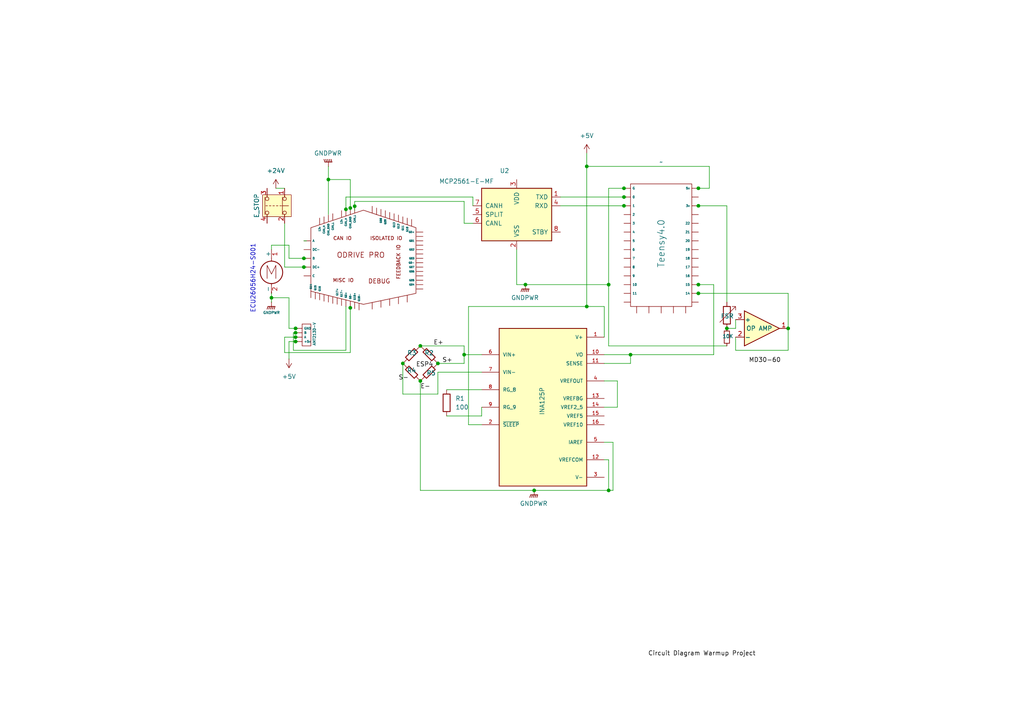
<source format=kicad_sch>
(kicad_sch (version 20250114) (generator "eeschema") (generator_version "9.0")
  (paper "A4")
  (lib_symbols
    (symbol "Amplifier_Operational:OPA1662DGK" (pin_names (offset 0.127))
      (property "Reference" "U" (at 0 5.08 0))
      (property "Value" "OPA1662DGK" (at 0 -5.08 0))
      (symbol "OPA1662DGK_1_1"
        (polyline (pts (xy -5.08 5.08) (xy 5.08 0) (xy -5.08 -5.08) (xy -5.08 5.08)) (stroke (width 0.254)) (fill (type background)))
        (pin input line (at -7.62 2.54 0) (length 2.54) (name "+") (number "3"))
        (pin input line (at -7.62 -2.54 0) (length 2.54) (name "-") (number "2"))
        (pin output line (at 7.62 0 180) (length 2.54) (name "~") (number "1"))
      )
      (symbol "OPA1662DGK_2_1"
        (polyline (pts (xy -5.08 5.08) (xy 5.08 0) (xy -5.08 -5.08) (xy -5.08 5.08)) (stroke (width 0.254)) (fill (type background)))
        (pin input line (at -7.62 2.54 0) (length 2.54) (name "+") (number "5"))
        (pin input line (at -7.62 -2.54 0) (length 2.54) (name "-") (number "6"))
        (pin output line (at 7.62 0 180) (length 2.54) (name "~") (number "7"))
      )
      (symbol "OPA1662DGK_3_1"
        (pin power_in line (at -2.54 7.62 270) (length 3.81) (name "V+") (number "8"))
        (pin power_in line (at -2.54 -7.62 90) (length 3.81) (name "V-") (number "4"))
      )
    )
    (symbol "Device:R" (pin_numbers (hide yes)) (pin_names (offset 0))
      (property "Reference" "R" (at 2.032 0 90))
      (property "Value" "R" (at 0 0 90))
      (symbol "R_0_1"
        (rectangle (start -1.016 -2.54) (end 1.016 2.54) (stroke (width 0.254)))
      )
      (symbol "R_1_1"
        (pin passive line (at 0 3.81 270) (length 1.27) (name "~") (number "1"))
        (pin passive line (at 0 -3.81 90) (length 1.27) (name "~") (number "2"))
      )
    )
    (symbol "Device:R_45deg" (pin_numbers (hide yes)) (pin_names (offset 0))
      (property "Reference" "R" (at 5.08 2.54 0))
      (property "Value" "R_45deg" (at 8.255 0.635 0))
      (symbol "R_45deg_0_1"
        (polyline (pts (xy -2.54 2.54) (xy -1.27 1.27)))
        (polyline (pts (xy 1.27 -1.27) (xy 2.54 -2.54)))
      )
      (symbol "R_45deg_1_1"
        (polyline (pts (xy -1.778 0.762) (xy 0.762 -1.778) (xy 1.778 -0.762) (xy -0.762 1.778) (xy -1.778 0.762)) (stroke (width 0.254)))
        (pin passive line (at -2.54 2.54 0) (length 0) (name "~") (number "1"))
        (pin passive line (at 2.54 -2.54 180) (length 0) (name "~") (number "2"))
      )
    )
    (symbol "Device:R_Small" (pin_numbers (hide yes)) (pin_names (offset 0.254) (hide yes))
      (property "Reference" "R" (at 0 0 90))
      (property "Value" "R_Small" (at 1.778 0 90))
      (symbol "R_Small_0_1"
        (rectangle (start -0.762 1.778) (end 0.762 -1.778) (stroke (width 0.2032)))
      )
      (symbol "R_Small_1_1"
        (pin passive line (at 0 2.54 270) (length 0.762) (name "~") (number "1"))
        (pin passive line (at 0 -2.54 90) (length 0.762) (name "~") (number "2"))
      )
    )
    (symbol "Device:R_Variable" (pin_numbers (hide yes)) (pin_names (offset 0))
      (property "Reference" "R" (at 2.54 -2.54 90))
      (property "Value" "R_Variable" (at -2.54 -1.27 90))
      (symbol "R_Variable_0_1"
        (rectangle (start -1.016 -2.54) (end 1.016 2.54) (stroke (width 0.254)))
        (polyline (pts (xy 2.54 1.524) (xy 2.54 2.54) (xy 1.524 2.54) (xy 2.54 2.54) (xy -2.032 -2.032)))
      )
      (symbol "R_Variable_1_1"
        (pin passive line (at 0 3.81 270) (length 1.27) (name "~") (number "1"))
        (pin passive line (at 0 -3.81 90) (length 1.27) (name "~") (number "2"))
      )
    )
    (symbol "Encoder_3"
      (property "Reference" "Rotary_Encoder" (at -8.636 4.064 0))
      (symbol "Encoder_3_0_1"
        (rectangle (start -1.27 2.54) (end 1.27 -3.81))
      )
      (symbol "Encoder_3_1_1"
        (pin output line (at -3.175 1.27 0) (length 1.905) (name "+5v") (number ""))
        (pin output line (at -3.175 0 0) (length 1.905) (name "A") (number ""))
        (pin output line (at -3.175 -1.27 0) (length 1.905) (name "B") (number ""))
        (pin output line (at -3.175 -2.54 0) (length 1.905) (name "GND") (number ""))
      )
    )
    (symbol "INA125P:INA125P" (pin_names (offset 1.016))
      (property "Reference" "U" (at -12.7 23.8506 0))
      (property "Value" "INA125P" (at -12.7 -26.8478 0))
      (symbol "INA125P_0_0"
        (rectangle (start -12.7 -22.86) (end 12.7 22.86) (stroke (width 0.254)) (fill (type background)))
        (pin input line (at -17.78 15.24 0) (length 5.08) (name "VIN+") (number "6"))
        (pin input line (at -17.78 10.16 0) (length 5.08) (name "VIN-") (number "7"))
        (pin passive line (at -17.78 5.08 0) (length 5.08) (name "RG_8") (number "8"))
        (pin passive line (at -17.78 0 0) (length 5.08) (name "RG_9") (number "9"))
        (pin input line (at -17.78 -5.08 0) (length 5.08) (name "~{SLEEP}") (number "2"))
        (pin power_in line (at 17.78 20.32 180) (length 5.08) (name "V+") (number "1"))
        (pin output line (at 17.78 15.24 180) (length 5.08) (name "VO") (number "10"))
        (pin input line (at 17.78 12.7 180) (length 5.08) (name "SENSE") (number "11"))
        (pin output line (at 17.78 7.62 180) (length 5.08) (name "VREFOUT") (number "4"))
        (pin passive line (at 17.78 2.54 180) (length 5.08) (name "VREFBG") (number "13"))
        (pin passive line (at 17.78 0 180) (length 5.08) (name "VREF2_5") (number "14"))
        (pin passive line (at 17.78 -2.54 180) (length 5.08) (name "VREF5") (number "15"))
        (pin passive line (at 17.78 -5.08 180) (length 5.08) (name "VREF10") (number "16"))
        (pin passive line (at 17.78 -10.16 180) (length 5.08) (name "IAREF") (number "5"))
        (pin power_in line (at 17.78 -15.24 180) (length 5.08) (name "VREFCOM") (number "12"))
        (pin power_in line (at 17.78 -20.32 180) (length 5.08) (name "V-") (number "3"))
      )
    )
    (symbol "Interface_CAN_LIN:MCP2561-E-MF" (pin_names (offset 1.016))
      (property "Reference" "U" (at -10.16 8.89 0))
      (property "Value" "MCP2561-E-MF" (at 2.54 8.89 0))
      (symbol "MCP2561-E-MF_0_1"
        (rectangle (start -10.16 7.62) (end 10.16 -7.62) (stroke (width 0.254)) (fill (type background)))
      )
      (symbol "MCP2561-E-MF_1_1"
        (pin input line (at -12.7 5.08 0) (length 2.54) (name "TXD") (number "1"))
        (pin output line (at -12.7 2.54 0) (length 2.54) (name "RXD") (number "4"))
        (pin input line (at -12.7 -5.08 0) (length 2.54) (name "STBY") (number "8"))
        (pin power_in line (at 0 10.16 270) (length 2.54) (name "VDD") (number "3"))
        (pin power_in line (at 0 -10.16 90) (length 2.54) (name "VSS") (number "2"))
        (pin passive line (at 0 -10.16 90) (length 2.54) (hide yes) (name "VSS") (number "9"))
        (pin bidirectional line (at 12.7 2.54 180) (length 2.54) (name "CANH") (number "7"))
        (pin passive line (at 12.7 0 180) (length 2.54) (name "SPLIT") (number "5"))
        (pin bidirectional line (at 12.7 -2.54 180) (length 2.54) (name "CANL") (number "6"))
      )
    )
    (symbol "Motor:Motor_DC" (pin_names (offset 0))
      (property "Reference" "M" (at 2.54 2.54 0))
      (property "Value" "Motor_DC" (at 2.54 -5.08 0))
      (symbol "Motor_DC_0_0"
        (polyline (pts (xy -1.27 -3.302) (xy -1.27 0.508) (xy 0 -2.032) (xy 1.27 0.508) (xy 1.27 -3.302)))
      )
      (symbol "Motor_DC_0_1"
        (polyline (pts (xy 0 2.032) (xy 0 2.54)))
        (polyline (pts (xy 0 1.7272) (xy 0 2.0828)))
        (circle (center 0 -1.524) (radius 3.2512) (stroke (width 0.254)))
        (polyline (pts (xy 0 -4.7752) (xy 0 -5.1816)))
        (polyline (pts (xy 0 -7.62) (xy 0 -7.112)))
      )
      (symbol "Motor_DC_1_1"
        (pin passive line (at 0 5.08 270) (length 2.54) (name "+") (number "1"))
        (pin passive line (at 0 -7.62 90) (length 2.54) (name "-") (number "2"))
      )
    )
    (symbol "New_Library:O_Drive_Pro"
      (symbol "O_Drive_Pro_0_1"
        (polyline (pts (xy -15.24 7.62) (xy 0 12.7) (xy 15.24 7.62) (xy 15.24 -11.43) (xy 0 -14.605) (xy -15.24 -10.795) (xy -15.24 7.62) (xy -15.24 7.62)))
      )
      (symbol "O_Drive_Pro_1_1"
        (text "CAN IO" (at -6.096 4.572 0) (effects (font (size 1.016 1.016))))
        (text "MISC IO\n" (at -5.842 -7.62 0) (effects (font (size 1.016 1.016))))
        (text "ODRIVE PRO\n " (at -0.762 -1.524 0) (effects (font (size 1.524 1.524))))
        (text "DEBUG" (at 4.572 -7.874 0) (effects (font (size 1.27 1.27))))
        (text "ISOLATED IO" (at 6.604 4.572 0) (effects (font (size 1.016 1.016))))
        (text "FEEDBACK IO\n" (at 10.16 -2.286 900) (effects (font (size 1.016 1.016))))
        (pin output line (at -17.272 3.81 0) (length 1.905) (name "A") (number ""))
        (pin input line (at -17.272 1.27 0) (length 1.905) (name "DC-") (number ""))
        (pin output line (at -17.272 -1.27 0) (length 1.905) (name "B") (number ""))
        (pin input line (at -17.272 -3.81 0) (length 1.905) (name "DC+") (number ""))
        (pin input line (at -17.272 -6.35 0) (length 1.905) (name "C") (number ""))
        (pin input line (at -15.24 -12.7 90) (length 1.905) (name "G14") (number ""))
        (pin input line (at -13.97 -13.081 90) (length 1.905) (name "G15") (number ""))
        (pin input line (at -12.7 10.414 270) (length 1.905) (name "12v") (number ""))
        (pin input line (at -12.7 -13.335 90) (length 1.905) (name "G16") (number ""))
        (pin input line (at -11.43 10.795 270) (length 1.905) (name "CAN_H") (number ""))
        (pin input line (at -11.43 -13.716 90) (length 1.905) (name "") (number ""))
        (pin input line (at -10.16 11.303 270) (length 1.905) (name "CAN_GND") (number ""))
        (pin input line (at -10.16 -13.97 90) (length 1.905) (name "") (number ""))
        (pin input line (at -8.89 11.684 270) (length 1.905) (name "CAN_L") (number ""))
        (pin input line (at -8.89 -14.351 90) (length 1.905) (name "") (number ""))
        (pin input line (at -7.62 -14.605 90) (length 1.905) (name "G17+") (number ""))
        (pin input line (at -6.35 12.573 270) (length 1.905) (name "12v") (number ""))
        (pin input line (at -6.35 -14.986 90) (length 1.905) (name "G17-") (number ""))
        (pin input line (at -5.08 12.954 270) (length 1.905) (name "CAN_H") (number ""))
        (pin input line (at -5.08 -15.24 90) (length 1.905) (name "G0+") (number ""))
        (pin input line (at -3.81 13.335 270) (length 1.905) (name "CAN_GND") (number ""))
        (pin input line (at -3.81 -15.621 90) (length 1.905) (name "G0-") (number ""))
        (pin input line (at -2.54 13.843 270) (length 1.905) (name "CAN_L") (number ""))
        (pin input line (at -2.54 -15.875 90) (length 1.905) (name "G18+") (number ""))
        (pin input line (at -1.27 -16.256 90) (length 1.905) (name "G18-") (number ""))
        (pin input line (at 2.54 13.843 270) (length 1.905) (name "") (number ""))
        (pin input line (at 2.54 -16.002 90) (length 1.905) (name "") (number ""))
        (pin input line (at 3.81 13.335 270) (length 1.905) (name "") (number ""))
        (pin input line (at 5.08 12.954 270) (length 1.905) (name "G08") (number ""))
        (pin input line (at 5.08 -15.494 90) (length 1.905) (name "") (number ""))
        (pin input line (at 6.35 12.573 270) (length 1.905) (name "G09") (number ""))
        (pin input line (at 7.62 12.065 270) (length 1.905) (name "") (number ""))
        (pin input line (at 7.62 -14.986 90) (length 1.905) (name "") (number ""))
        (pin input line (at 8.89 11.684 270) (length 1.905) (name "G13") (number ""))
        (pin input line (at 10.16 11.303 270) (length 1.905) (name "G12") (number ""))
        (pin input line (at 10.16 -14.478 90) (length 1.905) (name "") (number ""))
        (pin input line (at 11.43 10.795 270) (length 1.905) (name "G11") (number ""))
        (pin input line (at 12.7 10.414 270) (length 1.905) (name "G10") (number ""))
        (pin input line (at 12.7 -13.97 90) (length 1.905) (name "") (number ""))
        (pin input line (at 13.97 10.033 270) (length 1.905) (name "") (number ""))
        (pin input line (at 17.272 6.35 180) (length 1.905) (name "G0+") (number ""))
        (pin input line (at 17.272 5.08 180) (length 1.905) (name "") (number ""))
        (pin input line (at 17.272 3.81 180) (length 1.905) (name "G01") (number ""))
        (pin input line (at 17.272 2.54 180) (length 1.905) (name "") (number ""))
        (pin input line (at 17.272 1.27 180) (length 1.905) (name "G02") (number ""))
        (pin input line (at 17.272 0 180) (length 1.905) (name "") (number ""))
        (pin input line (at 17.272 -1.27 180) (length 1.905) (name "G03") (number ""))
        (pin input line (at 17.272 -2.54 180) (length 1.905) (name "G0-") (number ""))
        (pin input line (at 17.272 -3.81 180) (length 1.905) (name "G07") (number ""))
        (pin input line (at 17.272 -5.08 180) (length 1.905) (name "G06") (number ""))
        (pin input line (at 17.272 -6.35 180) (length 1.905) (name "") (number ""))
        (pin input line (at 17.272 -7.62 180) (length 1.905) (name "G05") (number ""))
        (pin input line (at 17.272 -8.89 180) (length 1.905) (name "G04") (number ""))
        (pin input line (at 17.272 -10.16 180) (length 1.905) (name "") (number ""))
      )
    )
    (symbol "New_Library:Teensy_4.0"
      (property "Reference" "Teensy4.0" (at -0.254 -6.096 90))
      (symbol "Teensy_4.0_0_1"
        (rectangle (start -8.89 12.7) (end 8.89 -22.86))
      )
      (symbol "Teensy_4.0_1_1"
        (pin input line (at -10.795 11.43 0) (length 1.905) (name "") (number ""))
        (pin input line (at -10.795 8.89 0) (length 1.905) (name "14") (number ""))
        (pin input line (at -10.795 6.35 0) (length 1.905) (name "15") (number ""))
        (pin input line (at -10.795 3.81 0) (length 1.905) (name "16") (number ""))
        (pin input line (at -10.795 1.27 0) (length 1.905) (name "17") (number ""))
        (pin input line (at -10.795 -1.27 0) (length 1.905) (name "18") (number ""))
        (pin input line (at -10.795 -3.81 0) (length 1.905) (name "19") (number ""))
        (pin input line (at -10.795 -6.35 0) (length 1.905) (name "20") (number ""))
        (pin input line (at -10.795 -8.89 0) (length 1.905) (name "21") (number ""))
        (pin input line (at -10.795 -11.43 0) (length 1.905) (name "22") (number ""))
        (pin input line (at -10.795 -13.97 0) (length 1.905) (name "") (number ""))
        (pin input line (at -10.795 -16.51 0) (length 1.905) (name "3v") (number ""))
        (pin input line (at -10.795 -19.05 0) (length 1.905) (name "") (number ""))
        (pin input line (at -10.795 -21.59 0) (length 1.905) (name "5v") (number ""))
        (pin input line (at -7.112 14.605 270) (length 1.905) (name "") (number ""))
        (pin input line (at -3.556 14.605 270) (length 1.905) (name "") (number ""))
        (pin input line (at 0 14.605 270) (length 1.905) (name "") (number ""))
        (pin input line (at 3.556 14.605 270) (length 1.905) (name "") (number ""))
        (pin input line (at 7.112 14.605 270) (length 1.905) (name "") (number ""))
        (pin input line (at 10.795 11.43 180) (length 1.905) (name "") (number ""))
        (pin input line (at 10.795 8.89 180) (length 1.905) (name "11") (number ""))
        (pin input line (at 10.795 6.35 180) (length 1.905) (name "10") (number ""))
        (pin input line (at 10.795 3.81 180) (length 1.905) (name "9") (number ""))
        (pin input line (at 10.795 1.27 180) (length 1.905) (name "8") (number ""))
        (pin input line (at 10.795 -1.27 180) (length 1.905) (name "7") (number ""))
        (pin input line (at 10.795 -3.81 180) (length 1.905) (name "6") (number ""))
        (pin input line (at 10.795 -6.35 180) (length 1.905) (name "5") (number ""))
        (pin input line (at 10.795 -8.89 180) (length 1.905) (name "4") (number ""))
        (pin input line (at 10.795 -11.43 180) (length 1.905) (name "3") (number ""))
        (pin input line (at 10.795 -13.97 180) (length 1.905) (name "2") (number ""))
        (pin input line (at 10.795 -16.51 180) (length 1.905) (name "1") (number ""))
        (pin input line (at 10.795 -19.05 180) (length 1.905) (name "0") (number ""))
        (pin input line (at 10.795 -21.59 180) (length 1.905) (name "G") (number ""))
      )
    )
    (symbol "Switch:SW_Push_Open_Dual" (pin_names (offset 1.016) (hide yes))
      (property "Reference" "SW" (at 0 3.81 0))
      (property "Value" "SW_Push_Open_Dual" (at 0 -7.62 0))
      (symbol "SW_Push_Open_Dual_0_1"
        (circle (center -2.032 0) (radius 0.508))
        (circle (center -2.032 -5.08) (radius 0.508))
        (polyline (pts (xy 0 -0.635) (xy 0 1.143)))
        (polyline (pts (xy 0 -1.397) (xy 0 -0.889)))
        (polyline (pts (xy 0 -2.413) (xy 0 -1.905)))
        (polyline (pts (xy 0 -3.429) (xy 0 -2.921)))
        (polyline (pts (xy 0 -3.937) (xy 0 -4.445)))
        (polyline (pts (xy 0 -4.953) (xy 0 -5.461)))
        (circle (center 2.032 0) (radius 0.508))
        (circle (center 2.032 -5.08) (radius 0.508))
        (polyline (pts (xy 2.54 -0.635) (xy -2.54 -0.635)))
        (polyline (pts (xy 2.54 -5.715) (xy -2.54 -5.715)))
        (pin passive line (at -5.08 0 0) (length 2.54) (name "1") (number "1"))
        (pin passive line (at -5.08 -5.08 0) (length 2.54) (name "3") (number "3"))
        (pin passive line (at 5.08 0 180) (length 2.54) (name "2") (number "2"))
        (pin passive line (at 5.08 -5.08 180) (length 2.54) (name "4") (number "4"))
      )
      (symbol "SW_Push_Open_Dual_1_1"
        (rectangle (start -3.175 1.905) (end 3.175 -6.35) (fill (type background)))
      )
    )
    (symbol "power:+24V" (power) (pin_numbers (hide yes)) (pin_names (offset 0) (hide yes))
      (property "Value" "+24V" (at 0 3.556 0))
      (symbol "+24V_0_1"
        (polyline (pts (xy -0.762 1.27) (xy 0 2.54)))
        (polyline (pts (xy 0 2.54) (xy 0.762 1.27)))
        (polyline (pts (xy 0 0) (xy 0 2.54)))
      )
      (symbol "+24V_1_1"
        (pin power_in line (at 0 0 90) (length 0) (name "~") (number "1"))
      )
    )
    (symbol "power:+5V" (power) (pin_numbers (hide yes)) (pin_names (offset 0) (hide yes))
      (property "Value" "+5V" (at 0 3.556 0))
      (symbol "+5V_0_1"
        (polyline (pts (xy -0.762 1.27) (xy 0 2.54)))
        (polyline (pts (xy 0 2.54) (xy 0.762 1.27)))
        (polyline (pts (xy 0 0) (xy 0 2.54)))
      )
      (symbol "+5V_1_1"
        (pin power_in line (at 0 0 90) (length 0) (name "~") (number "1"))
      )
    )
    (symbol "power:GNDPWR" (power) (pin_numbers (hide yes)) (pin_names (offset 0) (hide yes))
      (property "Value" "GNDPWR" (at 0 -3.302 0))
      (symbol "GNDPWR_0_1"
        (polyline (pts (xy -1.016 -1.27) (xy -1.27 -2.032) (xy -1.27 -2.032)) (stroke (width 0.2032)))
        (polyline (pts (xy -0.508 -1.27) (xy -0.762 -2.032) (xy -0.762 -2.032)) (stroke (width 0.2032)))
        (polyline (pts (xy 0 -1.27) (xy 0 0)))
        (polyline (pts (xy 0 -1.27) (xy -0.254 -2.032) (xy -0.254 -2.032)) (stroke (width 0.2032)))
        (polyline (pts (xy 0.508 -1.27) (xy 0.254 -2.032) (xy 0.254 -2.032)) (stroke (width 0.2032)))
        (polyline (pts (xy 1.016 -1.27) (xy -1.016 -1.27) (xy -1.016 -1.27)) (stroke (width 0.2032)))
        (polyline (pts (xy 1.016 -1.27) (xy 0.762 -2.032) (xy 0.762 -2.032) (xy 0.762 -2.032)) (stroke (width 0.2032)))
      )
      (symbol "GNDPWR_1_1"
        (pin power_in line (at 0 0 270) (length 0) (name "~") (number "1"))
      )
    )
  )
  (text "ECU26056H24-S001" (at 73.406 80.772 90) (effects (font (size 1.27 1.27))))
  (junction (at 85.725 96.52))
  (junction (at 154.94 142.24))
  (junction (at 180.975 59.69))
  (junction (at 210.82 95.25))
  (junction (at 127 105.41))
  (junction (at 176.53 142.24))
  (junction (at 180.975 57.15))
  (junction (at 85.725 95.25))
  (junction (at 95.25 52.07))
  (junction (at 134.62 102.87))
  (junction (at 85.725 99.06))
  (junction (at 116.84 105.41))
  (junction (at 176.53 82.55))
  (junction (at 202.565 85.09))
  (junction (at 170.18 48.26))
  (junction (at 202.565 54.61))
  (junction (at 152.4 82.55))
  (junction (at 228.6 95.25))
  (junction (at 202.565 82.55))
  (junction (at 100.33 60.706))
  (junction (at 78.74 86.36))
  (junction (at 121.92 110.49))
  (junction (at 182.88 102.87))
  (junction (at 202.565 59.69))
  (junction (at 101.6 60.325))
  (junction (at 170.18 88.9))
  (junction (at 85.725 97.79))
  (junction (at 102.87 59.817))
  (junction (at 88.138 74.93))
  (junction (at 101.6 89.281))
  (junction (at 180.975 54.61))
  (junction (at 121.92 100.33))
  (junction (at 88.138 77.47))
  (wire (pts (xy 170.18 48.26) (xy 205.74 48.26)))
  (wire (pts (xy 202.565 54.61) (xy 205.74 54.61)))
  (wire (pts (xy 162.56 57.15) (xy 180.975 57.15)))
  (wire (pts (xy 210.82 59.69) (xy 210.82 87.63)))
  (wire (pts (xy 175.26 105.41) (xy 182.88 105.41)))
  (wire (pts (xy 213.36 92.71) (xy 213.36 95.25)))
  (wire (pts (xy 213.36 95.25) (xy 210.82 95.25)))
  (wire (pts (xy 82.55 77.47) (xy 88.138 77.47)))
  (wire (pts (xy 85.725 96.52) (xy 86.36 96.52)))
  (wire (pts (xy 176.53 133.35) (xy 176.53 142.24)))
  (wire (pts (xy 134.62 105.41) (xy 134.62 102.87)))
  (wire (pts (xy 162.56 59.69) (xy 180.975 59.69)))
  (wire (pts (xy 102.87 59.817) (xy 102.87 60.96)))
  (wire (pts (xy 202.565 82.55) (xy 207.01 82.55)))
  (wire (pts (xy 175.26 110.49) (xy 179.07 110.49)))
  (wire (pts (xy 83.82 104.14) (xy 83.82 99.06)))
  (wire (pts (xy 139.7 123.19) (xy 135.89 123.19)))
  (wire (pts (xy 177.8 142.24) (xy 177.8 128.27)))
  (wire (pts (xy 127 107.95) (xy 127 114.3)))
  (wire (pts (xy 100.33 60.96) (xy 100.33 60.706)))
  (wire (pts (xy 180.975 59.69) (xy 181.61 59.69)))
  (wire (pts (xy 207.01 102.87) (xy 182.88 102.87)))
  (wire (pts (xy 170.18 48.26) (xy 170.18 88.9)))
  (wire (pts (xy 83.82 74.93) (xy 88.138 74.93)))
  (wire (pts (xy 154.94 142.24) (xy 176.53 142.24)))
  (wire (pts (xy 139.7 107.95) (xy 127 107.95)))
  (wire (pts (xy 101.6 52.07) (xy 95.25 52.07)))
  (wire (pts (xy 121.92 100.33) (xy 134.62 100.33)))
  (wire (pts (xy 149.86 82.55) (xy 152.4 82.55)))
  (wire (pts (xy 85.725 97.79) (xy 86.36 97.79)))
  (wire (pts (xy 83.82 95.25) (xy 85.725 95.25)))
  (wire (pts (xy 181.61 54.61) (xy 180.975 54.61)))
  (wire (pts (xy 213.36 101.6) (xy 228.6 101.6)))
  (wire (pts (xy 201.93 54.61) (xy 202.565 54.61)))
  (wire (pts (xy 78.74 86.36) (xy 78.74 87.63)))
  (wire (pts (xy 129.54 120.65) (xy 139.7 120.65)))
  (wire (pts (xy 85.725 95.25) (xy 86.36 95.25)))
  (wire (pts (xy 127 105.41) (xy 134.62 105.41)))
  (wire (pts (xy 202.565 85.09) (xy 228.6 85.09)))
  (wire (pts (xy 205.74 48.26) (xy 205.74 54.61)))
  (wire (pts (xy 116.84 114.3) (xy 116.84 105.41)))
  (wire (pts (xy 95.25 48.26) (xy 95.25 52.07)))
  (wire (pts (xy 88.138 69.85) (xy 88.9 69.85)))
  (wire (pts (xy 137.16 59.69) (xy 137.16 57.15)))
  (wire (pts (xy 134.62 100.33) (xy 134.62 102.87)))
  (wire (pts (xy 201.93 82.55) (xy 202.565 82.55)))
  (wire (pts (xy 83.82 99.06) (xy 85.725 99.06)))
  (wire (pts (xy 149.86 72.39) (xy 149.86 82.55)))
  (wire (pts (xy 135.89 88.9) (xy 170.18 88.9)))
  (wire (pts (xy 175.26 97.79) (xy 175.26 88.9)))
  (wire (pts (xy 176.53 142.24) (xy 177.8 142.24)))
  (wire (pts (xy 78.74 86.36) (xy 83.82 86.36)))
  (wire (pts (xy 83.82 71.12) (xy 83.82 74.93)))
  (wire (pts (xy 139.7 120.65) (xy 139.7 118.11)))
  (wire (pts (xy 101.6 52.07) (xy 101.6 60.325)))
  (wire (pts (xy 100.33 60.706) (xy 100.33 57.15)))
  (wire (pts (xy 82.55 64.77) (xy 82.55 77.47)))
  (wire (pts (xy 85.09 96.52) (xy 85.725 96.52)))
  (wire (pts (xy 121.92 142.24) (xy 154.94 142.24)))
  (wire (pts (xy 179.07 118.11) (xy 175.26 118.11)))
  (wire (pts (xy 182.88 105.41) (xy 182.88 102.87)))
  (wire (pts (xy 85.09 101.6) (xy 85.09 96.52)))
  (wire (pts (xy 100.33 101.6) (xy 85.09 101.6)))
  (wire (pts (xy 101.6 60.325) (xy 101.6 60.96)))
  (wire (pts (xy 213.36 97.79) (xy 213.36 101.6)))
  (wire (pts (xy 78.74 85.09) (xy 78.74 86.36)))
  (wire (pts (xy 82.55 97.79) (xy 85.725 97.79)))
  (wire (pts (xy 78.74 71.12) (xy 83.82 71.12)))
  (wire (pts (xy 175.26 133.35) (xy 176.53 133.35)))
  (wire (pts (xy 176.53 54.61) (xy 176.53 82.55)))
  (wire (pts (xy 100.33 57.15) (xy 137.16 57.15)))
  (wire (pts (xy 82.55 54.61) (xy 80.01 54.61)))
  (wire (pts (xy 180.975 54.61) (xy 176.53 54.61)))
  (wire (pts (xy 127 114.3) (xy 116.84 114.3)))
  (wire (pts (xy 228.6 95.25) (xy 228.6 85.09)))
  (wire (pts (xy 207.01 82.55) (xy 207.01 102.87)))
  (wire (pts (xy 129.54 113.03) (xy 139.7 113.03)))
  (wire (pts (xy 83.82 86.36) (xy 83.82 95.25)))
  (wire (pts (xy 176.53 82.55) (xy 152.4 82.55)))
  (wire (pts (xy 88.138 74.93) (xy 88.9 74.93)))
  (wire (pts (xy 134.62 58.42) (xy 102.87 58.42)))
  (wire (pts (xy 78.74 72.39) (xy 78.74 71.12)))
  (wire (pts (xy 175.26 88.9) (xy 170.18 88.9)))
  (wire (pts (xy 210.82 100.33) (xy 176.53 100.33)))
  (wire (pts (xy 177.8 128.27) (xy 175.26 128.27)))
  (wire (pts (xy 88.138 77.47) (xy 88.9 77.47)))
  (wire (pts (xy 182.88 102.87) (xy 175.26 102.87)))
  (wire (pts (xy 180.975 57.15) (xy 181.61 57.15)))
  (wire (pts (xy 135.89 123.19) (xy 135.89 88.9)))
  (wire (pts (xy 85.725 99.06) (xy 86.36 99.06)))
  (wire (pts (xy 100.33 88.9) (xy 100.33 101.6)))
  (wire (pts (xy 101.6 102.2565) (xy 82.55 102.2565)))
  (wire (pts (xy 228.6 101.6) (xy 228.6 95.25)))
  (wire (pts (xy 137.16 64.77) (xy 134.62 64.77)))
  (wire (pts (xy 101.6 89.281) (xy 101.6 102.2565)))
  (wire (pts (xy 102.87 58.42) (xy 102.87 59.817)))
  (wire (pts (xy 179.07 110.49) (xy 179.07 118.11)))
  (wire (pts (xy 121.92 110.49) (xy 121.92 142.24)))
  (wire (pts (xy 82.55 102.2565) (xy 82.55 97.79)))
  (wire (pts (xy 202.565 85.09) (xy 201.93 85.09)))
  (wire (pts (xy 134.62 102.87) (xy 139.7 102.87)))
  (wire (pts (xy 201.93 59.69) (xy 202.565 59.69)))
  (wire (pts (xy 202.565 59.69) (xy 210.82 59.69)))
  (wire (pts (xy 176.53 100.33) (xy 176.53 82.55)))
  (wire (pts (xy 134.62 64.77) (xy 134.62 58.42)))
  (wire (pts (xy 101.6 88.9) (xy 101.6 89.281)))
  (wire (pts (xy 170.18 48.26) (xy 170.18 44.45)))
  (wire (pts (xy 95.25 52.07) (xy 95.25 62.23)))
  (label "MD30-60" (at 217.17 105.41 0))
  (label "E+" (at 125.73 100.33 0))
  (label "S-" (at 115.57 110.49 0))
  (label "ESP4" (at 120.65 106.68 0))
  (label "E-" (at 121.92 113.03 0))
  (label "Circuit Diagram Warmup Project" (at 187.96 190.5 0))
  (label "S+" (at 128.27 105.41 0))
  (symbol (lib_id "Device:R") (at 129.54 116.84 0) (unit 1)
    (property "Reference" "R1" (at 132.08 115.5699 0) (effects (justify left)))
    (property "Value" "100" (at 132.08 118.1099 0) (effects (justify left)))
    (property "Description" "Resistor" (effects (hide yes)))
  )
  (symbol (lib_id "power:+5V") (at 170.18 44.45 0) (unit 1)
    (property "Reference" "#PWR01" (effects (hide yes)))
    (property "Value" "+5V" (at 170.18 39.37 0))
    (property "Description" "Power symbol creates a global label with name \"+5V\"" (effects (hide yes)))
  )
  (symbol (lib_id "Motor:Motor_DC") (at 78.74 77.47 0) (unit 1)
    (property "Reference" "M2" (effects (hide yes)))
    (property "Value" "Motor_DC" (effects (hide yes)))
    (property "Description" "DC Motor" (effects (hide yes)))
  )
  (symbol (lib_id "power:GNDPWR") (at 152.4 82.55 0) (unit 1)
    (property "Reference" "#PWR02" (effects (hide yes)))
    (property "Value" "GNDPWR" (at 152.273 86.36 0))
    (property "Description" "Power symbol creates a global label with name \"GNDPWR\" , global ground" (effects (hide yes)))
  )
  (symbol (lib_id "power:+24V") (at 80.01 54.61 0) (unit 1)
    (property "Reference" "#PWR03" (effects (hide yes)))
    (property "Value" "+24V" (at 80.01 49.53 0))
    (property "Description" "Power symbol creates a global label with name \"+24V\"" (effects (hide yes)))
  )
  (symbol (lib_id "Device:R_45deg") (at 119.38 107.95 0) (unit 1)
    (property "Reference" "R4" (at 119.38 107.442 0))
    (property "Value" "R_45deg" (effects (hide yes)))
    (property "Description" "Resistor, rotated by 45°" (effects (hide yes)))
  )
  (symbol (lib_id "power:+5V") (at 83.82 104.14 180) (unit 1)
    (property "Reference" "#PWR05" (effects (hide yes)))
    (property "Value" "+5V" (at 83.82 109.22 0))
    (property "Description" "Power symbol creates a global label with name \"+5V\"" (effects (hide yes)))
  )
  (symbol (lib_id "Device:R_Variable") (at 210.82 91.44 0) (unit 1)
    (property "Reference" "FSR" (at 209.042 91.694 0) (effects (justify left)))
    (property "Value" "R_Variable" (effects (hide yes)))
    (property "Description" "Variable resistor" (effects (hide yes)))
  )
  (symbol (lib_id "Interface_CAN_LIN:MCP2561-E-MF") (at 149.86 62.23 0) (mirror y) (unit 1)
    (property "Reference" "U2" (at 147.7167 49.53 0) (effects (justify left)))
    (property "Value" "MCP2561-E-MF" (at 143.256 52.578 0) (effects (justify left)))
    (property "Footprint" "Package_DFN_QFN:DFN-8-1EP_3x3mm_P0.65mm_EP1.55x2.4mm" (effects (hide yes)))
    (property "Datasheet" "http://ww1.microchip.com/downloads/en/DeviceDoc/25167A.pdf" (effects (hide yes)))
    (property "Description" "High-Speed CAN Transceiver, 1Mbps, 5V supply, SPLIT pin, -40C to +125C, DFN-8" (effects (hide yes)))
  )
  (symbol (lib_id "power:GNDPWR") (at 95.25 48.26 0) (mirror x) (unit 1)
    (property "Reference" "#PWR07" (effects (hide yes)))
    (property "Value" "GNDPWR" (at 95.123 44.45 0))
    (property "Description" "Power symbol creates a global label with name \"GNDPWR\" , global ground" (effects (hide yes)))
  )
  (symbol (lib_id "Switch:SW_Push_Open_Dual") (at 82.55 59.69 270) (unit 1)
    (property "Reference" "E_STOP" (at 74.422 59.69 0))
    (property "Value" "SW_Push_Open_Dual" (effects (hide yes)))
    (property "Description" "Push button switch, normally closed, generic, four pins" (effects (hide yes)))
  )
  (symbol (lib_id "Device:R_Small") (at 210.82 97.79 0) (unit 1)
    (property "Reference" "10K" (at 209.55 97.536 0) (effects (font (size 1.016 1.016)) (justify left)))
    (property "Value" "R_Small" (effects (hide yes)))
    (property "Description" "Resistor, small symbol" (effects (hide yes)))
  )
  (symbol (lib_id "Device:R_45deg") (at 124.46 107.95 270) (unit 1)
    (property "Reference" "R5" (at 123.698 108.204 90) (effects (justify left)))
    (property "Value" "R_45deg" (effects (hide yes)))
    (property "Description" "Resistor, rotated by 45°" (effects (hide yes)))
  )
  (symbol (lib_id "New_Library:Teensy_4.0") (at 191.77 76.2 180) (unit 1)
    (property "Reference" "Teensy4.0" (at 191.77 70.612 90) (effects (font (size 1.905 1.905))))
    (property "Value" "~" (at 191.77 46.99 0))
  )
  (symbol (lib_name "Encoder_3") (lib_id "Rotary_encoder:Encoder") (at 88.9 97.79 0) (mirror x) (unit 1)
    (property "Reference" "AMT213D-V" (at 91.186 93.472 90) (effects (font (size 0.762 0.762)) (justify left)))
  )
  (symbol (lib_id "Device:R_45deg") (at 119.38 102.87 270) (unit 1)
    (property "Reference" "R3" (at 118.11 102.362 90) (effects (justify left)))
    (property "Value" "R_45deg" (effects (hide yes)))
    (property "Description" "Resistor, rotated by 45°" (effects (hide yes)))
  )
  (symbol (lib_id "Device:R_45deg") (at 124.46 102.87 0) (unit 1)
    (property "Reference" "R2" (at 124.46 102.362 0))
    (property "Value" "R_45deg" (effects (hide yes)))
    (property "Description" "Resistor, rotated by 45°" (effects (hide yes)))
  )
  (symbol (lib_id "power:GNDPWR") (at 154.94 142.24 0) (unit 1)
    (property "Reference" "#PWR06" (effects (hide yes)))
    (property "Value" "GNDPWR" (at 154.813 146.05 0))
    (property "Description" "Power symbol creates a global label with name \"GNDPWR\" , global ground" (effects (hide yes)))
  )
  (symbol (lib_id "New_Library:O_Drive_Pro") (at 105.41 73.66 0) (unit 1)
    (property "Reference" "U1" (effects (hide yes)))
  )
  (symbol (lib_id "Amplifier_Operational:OPA1662DGK") (at 220.98 95.25 0) (unit 1)
    (property "Reference" "U3" (effects (hide yes)))
    (property "Value" "OP AMP" (at 220.218 95.25 0))
    (property "Footprint" "Package_SO:VSSOP-8_3x3mm_P0.65mm" (effects (hide yes)))
    (property "Datasheet" "https://www.ti.com/lit/ds/symlink/opa1662.pdf" (effects (hide yes)))
    (property "Description" "Dual Low-Power, Low-Noise, Low-Distortion, Bipolar-Input SoundPlus Audio Operational Amplifiers, VSSOP-8" (effects (hide yes)))
  )
  (symbol (lib_id "INA125P:INA125P") (at 157.48 118.11 0) (unit 1)
    (property "Reference" "U4" (effects (hide yes)))
    (property "Value" "INA125P" (at 157.226 116.332 90))
    (property "Footprint" "DIP794W45P254L1969H508Q16" (effects (hide yes)))
    (property "PARTREV" "3-Jun-2022" (effects (hide yes)))
    (property "MANUFACTURER" "Texas Instruments" (effects (hide yes)))
    (property "MAXIMUM_PACKAGE_HEIGHT" "5.08 mm" (effects (hide yes)))
    (property "STANDARD" "IPC-7351B" (effects (hide yes)))
  )
  (symbol (lib_id "power:GNDPWR") (at 78.74 87.63 0) (unit 1)
    (property "Reference" "#PWR04" (effects (hide yes)))
    (property "Value" "GNDPWR" (at 78.74 90.678 0) (effects (font (size 0.762 0.762))))
    (property "Description" "Power symbol creates a global label with name \"GNDPWR\" , global ground" (effects (hide yes)))
  )
)
</source>
